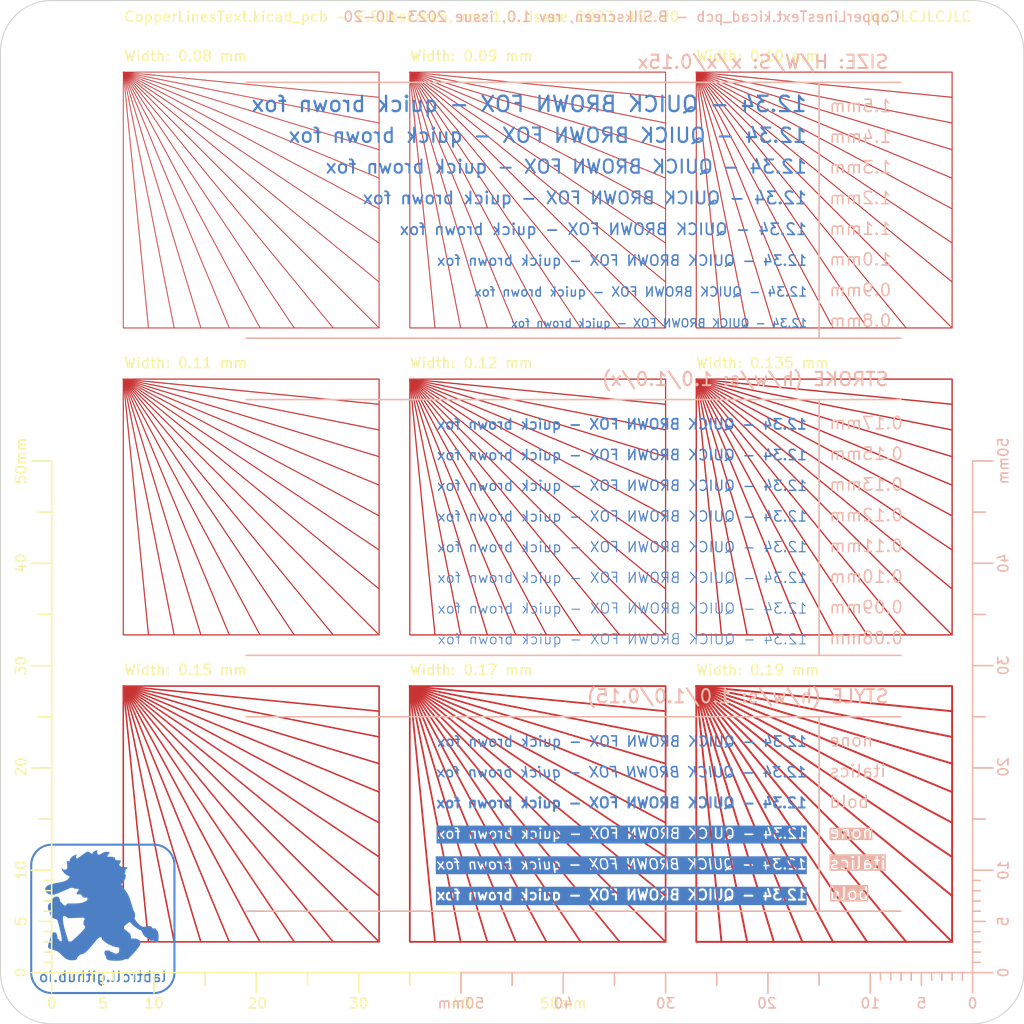
<source format=kicad_pcb>
(kicad_pcb (version 20221018) (generator pcbnew)
  (title_block (date "2023-10-20") (rev "1.0"))
  (layers (0 "F.Cu" signal) (31 "B.Cu" signal) (34 "B.Paste" user) (35 "F.Paste" user) (36 "B.SilkS" user "B.Silkscreen") (37 "F.SilkS" user "F.Silkscreen") (38 "B.Mask" user) (39 "F.Mask" user) (44 "Edge.Cuts" user))
  (property "FILE" "CopperLinesText.kicad_pcb")
  (property "PCB_INFO" "Lines.kicad_pcb - ${LAYER}, rev ${REVISION}, issue ${ISSUE_DATE}")
  (net 0 "")
  (footprint "SilkScreenTests:Silkscreen_Graphics_0.10mm" (layer "F.Cu") (at 119.335 43.195)
    (fp_text reference "~" hide)
    (fp_text value "Width: 0.10 mm")
  )
  (footprint "SilkScreenTests:Silkscreen_Graphics_0.11mm" (layer "F.Cu") (at 63.335 73.195)
    (fp_text reference "~" hide)
    (fp_text value "Width: 0.11 mm")
  )
  (footprint "SilkScreenTests:Silkscreen_Graphics_0.15mm" (layer "F.Cu") (at 63.335 103.195)
    (fp_text reference "~" hide)
    (fp_text value "Width: 0.15 mm")
  )
  (footprint "SilkScreenTests:Silkscreen_Graphics_0.135mm" (layer "F.Cu") (at 119.335 73.195)
    (fp_text reference "~" hide)
    (fp_text value "Width: 0.135 mm")
  )
  (footprint "Calibration_Scale:Gauge_50mm_Type2_SilkScreenTop_FIX" (layer "F.Cu") (at 56.335 131.195)
    (fp_text reference "REF**" hide)
    (fp_text value "Gauge_50mm_Type2_SilkScreenTop_FIX" hide)
  )
  (footprint "MountingHole:MountingHole_3.2mm_M3" (layer "F.Cu") (at 56.335 41.195)
    (fp_text reference "REF**" hide)
    (fp_text value "MountingHole_3.2mm_M3" hide)
  )
  (footprint "SilkScreenTests:Silkscreen_Graphics_0.19mm" (layer "F.Cu") (at 119.335 103.195)
    (fp_text reference "~" hide)
    (fp_text value "Width: 0.19 mm")
  )
  (footprint "SilkScreenTests:Silkscreen_Graphics_0.08mm" (layer "F.Cu") (at 63.335 43.195)
    (fp_text reference "~" hide)
    (fp_text value "Width: 0.08 mm")
  )
  (footprint "SilkScreenTests:Silkscreen_Graphics_0.12mm" (layer "F.Cu") (at 91.335 73.195)
    (fp_text reference "~" hide)
    (fp_text value "Width: 0.12 mm")
  )
  (footprint "SilkScreenTests:Silkscreen_Graphics_0.09mm" (layer "F.Cu") (at 91.335 43.195)
    (fp_text reference "~" hide)
    (fp_text value "Width: 0.09 mm")
  )
  (footprint "SilkScreenTests:Silkscreen_Graphics_0.17mm" (layer "F.Cu") (at 91.335 103.195)
    (fp_text reference "~" hide)
    (fp_text value "Width: 0.17 mm")
  )
  (footprint "SilkScreenTests:Silkscreen_Texts_STYLE_1.2_1.2_0.15" (layer "B.Cu") (at 131.335 106.195 180)
    (fp_text reference "~" hide)
    (fp_text value "STYLE (h/w/s: 1.0/1.0/0.15)")
  )
  (footprint "_ProjCommon:Labtroll_Logo" (layer "B.Cu") (at 61.335 130.695 180)
    (fp_text reference "REF**" hide)
    (fp_text value "Labtroll_Logo" hide)
  )
  (footprint "Calibration_Scale:Gauge_50mm_Type2_SilkScreenTop_FIX" (layer "B.Cu") (at 146.335 131.195 180)
    (fp_text reference "REF**" hide)
    (fp_text value "Gauge_50mm_Type2_SilkScreenTop_FIX" hide)
  )
  (footprint "SilkScreenTests:Silkscreen_Texts_SIZE_x_x_0.15" (layer "B.Cu") (at 131.335 44.195 180)
    (fp_text reference "~" hide)
    (fp_text value "SIZE: H/W/S: x/x/0.15x")
  )
  (footprint "SilkScreenTests:Silkscreen_Texts_STROKE_1.0_1.0_x" (layer "B.Cu") (at 131.335 75.195 180)
    (fp_text reference "~" hide)
    (fp_text value "STROKE (h/w/s: 1.0/1.0/x)")
  )
  (gr_line (start 151.335 41.195) (end 151.335 131.195) (stroke (width 0.1)) (layer "Edge.Cuts"))
  (gr_arc (start 56.335 136.195) (mid 52.799466 134.730534) (end 51.335 131.195) (stroke (width 0.1)) (layer "Edge.Cuts"))
  (gr_arc (start 151.335 131.195) (mid 149.870534 134.730534) (end 146.335 136.195) (stroke (width 0.1)) (layer "Edge.Cuts"))
  (gr_line (start 56.335 36.195) (end 146.335 36.195) (stroke (width 0.1)) (layer "Edge.Cuts"))
  (gr_line (start 146.335 136.195) (end 56.335 136.195) (stroke (width 0.1)) (layer "Edge.Cuts"))
  (gr_line (start 51.335 131.195) (end 51.335 41.195) (stroke (width 0.1)) (layer "Edge.Cuts"))
  (gr_arc (start 146.335 36.195) (mid 149.870534 37.659466) (end 151.335 41.195) (stroke (width 0.1)) (layer "Edge.Cuts"))
  (gr_arc (start 51.335 41.195) (mid 52.799466 37.659466) (end 56.335 36.195) (stroke (width 0.1)) (layer "Edge.Cuts"))
  (gr_text "${FILE} - ${LAYER}, rev ${REVISION}, issue ${ISSUE_DATE}" (at 139.335 37.195) (layer "B.SilkS") (effects (font (size 1 1)) (justify left top mirror)))
  (gr_text "${FILE} - ${LAYER}, rev ${REVISION}, issue ${ISSUE_DATE}" (at 63.335 37.195) (layer "F.SilkS") (effects (font (size 1 1)) (justify left top)))
  (gr_text "JLCJLCJLCJLC" (at 146.335 37.195) (layer "F.SilkS") (effects (font (size 1 1)) (justify right top)))
)
</source>
